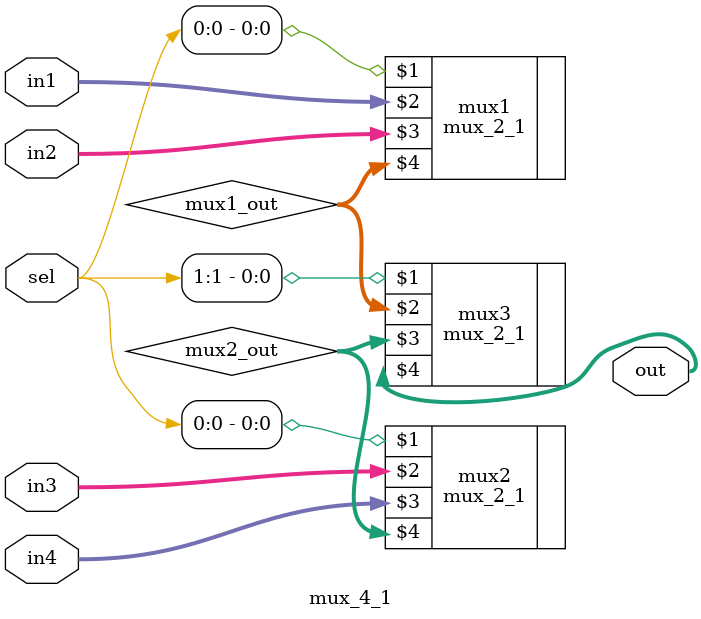
<source format=v>
module mux_4_1 #(parameter SIZE = 16)
(
 input[1:0] sel,
 input [SIZE-1:0] in1,
 input [SIZE-1:0] in2,
 input [SIZE-1:0] in3,
 input [SIZE-1:0] in4,
 output [SIZE-1:0] out
);
wire [SIZE-1:0] mux1_out, mux2_out;
mux_2_1 #(.SIZE(SIZE)) mux1      (sel[0],in1,in2,mux1_out);
mux_2_1 #(.SIZE(SIZE)) mux2      (sel[0],in3,in4,mux2_out);
mux_2_1 #(.SIZE(SIZE)) mux3      (sel[1],mux1_out,mux2_out,out);

endmodule
</source>
